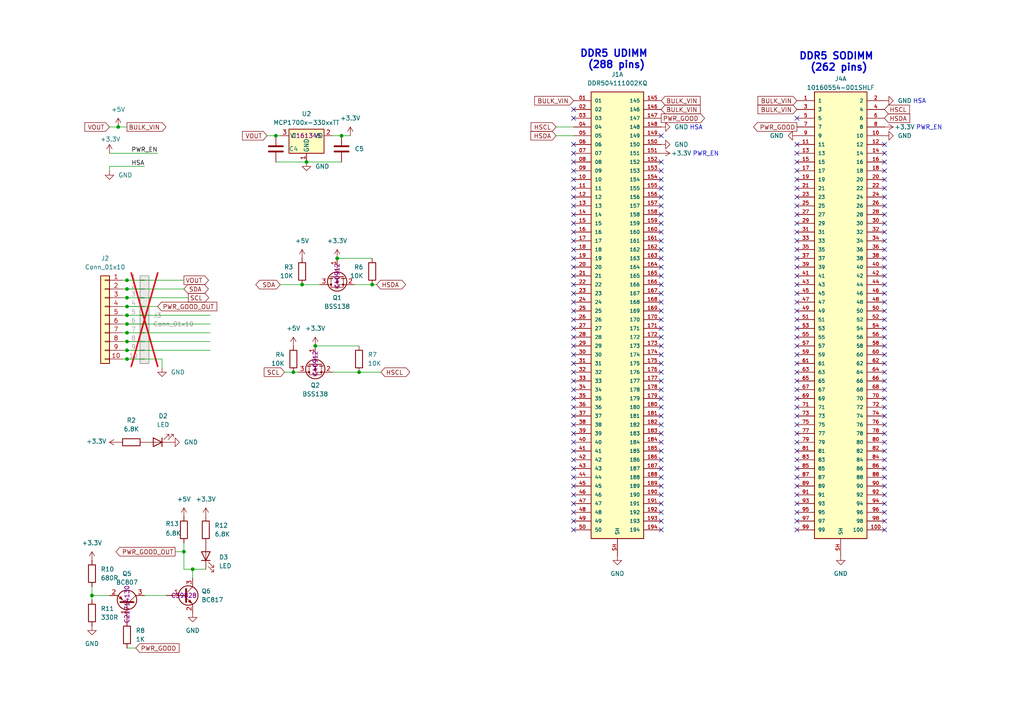
<source format=kicad_sch>
(kicad_sch (version 20250114) (generator "eeschema") (generator_version "9.0")
  (paper "A4")
  (text "PWR_EN" (at 204.724 44.704 0) (effects (font (size 1.27 1.27))))
  (text "DDR5 UDIMM \n(288 pins)" (at 178.816 17.272 0) (effects (font (size 2.032 2.032) (thickness 0.4064) (bold yes))))
  (text "HSA" (at 266.7 29.464 0) (effects (font (size 1.27 1.27))))
  (text "HSA" (at 201.93 37.084 0) (effects (font (size 1.27 1.27))))
  (text "DDR5 SODIMM \n(262 pins)" (at 243.332 18.034 0) (effects (font (size 2.032 2.032) (thickness 0.4064) (bold yes))))
  (text "PWR_EN" (at 269.494 37.084 0) (effects (font (size 1.27 1.27))))
  (junction (at 91.44 100.33))
  (junction (at 53.34 160.02))
  (junction (at 85.09 107.95))
  (junction (at 36.83 93.98))
  (junction (at 34.29 36.83))
  (junction (at 36.83 99.06))
  (junction (at 36.83 88.9))
  (junction (at 55.88 165.1))
  (junction (at 26.67 172.72))
  (junction (at 107.95 82.55))
  (junction (at 36.83 86.36))
  (junction (at 36.83 83.82))
  (junction (at 104.14 107.95))
  (junction (at 97.79 74.93))
  (junction (at 88.9 46.99))
  (junction (at 36.83 104.14))
  (junction (at 36.83 81.28))
  (junction (at 36.83 101.6))
  (junction (at 36.83 96.52))
  (junction (at 36.83 91.44))
  (junction (at 99.06 39.37))
  (junction (at 80.01 39.37))
  (junction (at 87.63 82.55))
  (no_connect (at 191.77 107.95))
  (no_connect (at 231.14 102.87))
  (no_connect (at 191.77 146.05))
  (no_connect (at 231.14 34.29))
  (no_connect (at 166.37 118.11))
  (no_connect (at 191.77 123.19))
  (no_connect (at 256.54 87.63))
  (no_connect (at 191.77 87.63))
  (no_connect (at 166.37 80.01))
  (no_connect (at 231.14 72.39))
  (no_connect (at 166.37 128.27))
  (no_connect (at 256.54 82.55))
  (no_connect (at 191.77 140.97))
  (no_connect (at 256.54 49.53))
  (no_connect (at 191.77 85.09))
  (no_connect (at 191.77 143.51))
  (no_connect (at 231.14 130.81))
  (no_connect (at 166.37 90.17))
  (no_connect (at 191.77 148.59))
  (no_connect (at 191.77 74.93))
  (no_connect (at 166.37 97.79))
  (no_connect (at 256.54 95.25))
  (no_connect (at 166.37 105.41))
  (no_connect (at 166.37 110.49))
  (no_connect (at 231.14 107.95))
  (no_connect (at 256.54 120.65))
  (no_connect (at 166.37 34.29))
  (no_connect (at 166.37 74.93))
  (no_connect (at 231.14 118.11))
  (no_connect (at 166.37 49.53))
  (no_connect (at 166.37 100.33))
  (no_connect (at 191.77 151.13))
  (no_connect (at 166.37 41.91))
  (no_connect (at 231.14 52.07))
  (no_connect (at 256.54 62.23))
  (no_connect (at 166.37 102.87))
  (no_connect (at 191.77 72.39))
  (no_connect (at 166.37 57.15))
  (no_connect (at 166.37 72.39))
  (no_connect (at 191.77 67.31))
  (no_connect (at 191.77 97.79))
  (no_connect (at 166.37 113.03))
  (no_connect (at 231.14 151.13))
  (no_connect (at 191.77 102.87))
  (no_connect (at 166.37 54.61))
  (no_connect (at 256.54 105.41))
  (no_connect (at 191.77 110.49))
  (no_connect (at 256.54 85.09))
  (no_connect (at 191.77 120.65))
  (no_connect (at 256.54 41.91))
  (no_connect (at 256.54 130.81))
  (no_connect (at 256.54 133.35))
  (no_connect (at 166.37 64.77))
  (no_connect (at 166.37 125.73))
  (no_connect (at 256.54 138.43))
  (no_connect (at 256.54 143.51))
  (no_connect (at 166.37 46.99))
  (no_connect (at 166.37 77.47))
  (no_connect (at 191.77 82.55))
  (no_connect (at 256.54 153.67))
  (no_connect (at 231.14 69.85))
  (no_connect (at 166.37 82.55))
  (no_connect (at 231.14 105.41))
  (no_connect (at 231.14 140.97))
  (no_connect (at 166.37 130.81))
  (no_connect (at 256.54 146.05))
  (no_connect (at 231.14 138.43))
  (no_connect (at 231.14 54.61))
  (no_connect (at 231.14 110.49))
  (no_connect (at 256.54 80.01))
  (no_connect (at 231.14 143.51))
  (no_connect (at 191.77 64.77))
  (no_connect (at 191.77 69.85))
  (no_connect (at 231.14 82.55))
  (no_connect (at 256.54 140.97))
  (no_connect (at 231.14 85.09))
  (no_connect (at 231.14 41.91))
  (no_connect (at 256.54 97.79))
  (no_connect (at 166.37 123.19))
  (no_connect (at 256.54 135.89))
  (no_connect (at 166.37 67.31))
  (no_connect (at 256.54 113.03))
  (no_connect (at 231.14 87.63))
  (no_connect (at 231.14 125.73))
  (no_connect (at 231.14 92.71))
  (no_connect (at 166.37 133.35))
  (no_connect (at 166.37 138.43))
  (no_connect (at 191.77 90.17))
  (no_connect (at 166.37 85.09))
  (no_connect (at 191.77 153.67))
  (no_connect (at 166.37 44.45))
  (no_connect (at 191.77 95.25))
  (no_connect (at 231.14 62.23))
  (no_connect (at 256.54 69.85))
  (no_connect (at 256.54 151.13))
  (no_connect (at 191.77 138.43))
  (no_connect (at 231.14 123.19))
  (no_connect (at 231.14 57.15))
  (no_connect (at 191.77 59.69))
  (no_connect (at 256.54 100.33))
  (no_connect (at 256.54 64.77))
  (no_connect (at 191.77 54.61))
  (no_connect (at 191.77 100.33))
  (no_connect (at 256.54 125.73))
  (no_connect (at 256.54 118.11))
  (no_connect (at 166.37 140.97))
  (no_connect (at 191.77 115.57))
  (no_connect (at 256.54 44.45))
  (no_connect (at 166.37 59.69))
  (no_connect (at 166.37 146.05))
  (no_connect (at 166.37 151.13))
  (no_connect (at 256.54 59.69))
  (no_connect (at 256.54 110.49))
  (no_connect (at 166.37 52.07))
  (no_connect (at 191.77 80.01))
  (no_connect (at 231.14 49.53))
  (no_connect (at 256.54 46.99))
  (no_connect (at 166.37 115.57))
  (no_connect (at 256.54 123.19))
  (no_connect (at 231.14 97.79))
  (no_connect (at 231.14 74.93))
  (no_connect (at 231.14 148.59))
  (no_connect (at 191.77 92.71))
  (no_connect (at 231.14 59.69))
  (no_connect (at 166.37 120.65))
  (no_connect (at 231.14 95.25))
  (no_connect (at 231.14 100.33))
  (no_connect (at 256.54 128.27))
  (no_connect (at 191.77 77.47))
  (no_connect (at 231.14 146.05))
  (no_connect (at 231.14 67.31))
  (no_connect (at 231.14 80.01))
  (no_connect (at 191.77 128.27))
  (no_connect (at 231.14 120.65))
  (no_connect (at 256.54 102.87))
  (no_connect (at 256.54 107.95))
  (no_connect (at 166.37 148.59))
  (no_connect (at 166.37 69.85))
  (no_connect (at 256.54 148.59))
  (no_connect (at 166.37 153.67))
  (no_connect (at 256.54 115.57))
  (no_connect (at 191.77 118.11))
  (no_connect (at 191.77 49.53))
  (no_connect (at 166.37 95.25))
  (no_connect (at 231.14 153.67))
  (no_connect (at 256.54 72.39))
  (no_connect (at 256.54 57.15))
  (no_connect (at 191.77 133.35))
  (no_connect (at 256.54 92.71))
  (no_connect (at 191.77 135.89))
  (no_connect (at 231.14 90.17))
  (no_connect (at 166.37 62.23))
  (no_connect (at 231.14 77.47))
  (no_connect (at 191.77 57.15))
  (no_connect (at 231.14 135.89))
  (no_connect (at 256.54 77.47))
  (no_connect (at 191.77 62.23))
  (no_connect (at 231.14 133.35))
  (no_connect (at 256.54 74.93))
  (no_connect (at 166.37 31.75))
  (no_connect (at 166.37 92.71))
  (no_connect (at 231.14 128.27))
  (no_connect (at 191.77 125.73))
  (no_connect (at 256.54 54.61))
  (no_connect (at 256.54 67.31))
  (no_connect (at 166.37 135.89))
  (no_connect (at 191.77 113.03))
  (no_connect (at 191.77 130.81))
  (no_connect (at 256.54 90.17))
  (no_connect (at 191.77 46.99))
  (no_connect (at 231.14 44.45))
  (no_connect (at 166.37 107.95))
  (no_connect (at 191.77 105.41))
  (no_connect (at 191.77 39.37))
  (no_connect (at 231.14 46.99))
  (no_connect (at 166.37 143.51))
  (no_connect (at 231.14 64.77))
  (no_connect (at 166.37 87.63))
  (no_connect (at 231.14 113.03))
  (no_connect (at 191.77 52.07))
  (no_connect (at 231.14 115.57))
  (no_connect (at 256.54 52.07))
  (wire (pts (xy 36.83 88.9) (xy 45.72 88.9)))
  (wire (pts (xy 36.83 91.44) (xy 35.56 91.44)))
  (wire (pts (xy 59.69 165.1) (xy 55.88 165.1)))
  (wire (pts (xy 80.01 39.37) (xy 77.47 39.37)))
  (wire (pts (xy 41.91 172.72) (xy 48.26 172.72)))
  (wire (pts (xy 81.28 82.55) (xy 87.63 82.55)))
  (wire (pts (xy 31.75 48.26) (xy 31.75 49.53)))
  (wire (pts (xy 53.34 160.02) (xy 53.34 165.1)))
  (wire (pts (xy 102.87 82.55) (xy 107.95 82.55)))
  (wire (pts (xy 36.83 81.28) (xy 35.56 81.28)))
  (wire (pts (xy 36.83 99.06) (xy 35.56 99.06)))
  (wire (pts (xy 109.22 82.55) (xy 107.95 82.55)))
  (wire (pts (xy 36.83 93.98) (xy 35.56 93.98)))
  (wire (pts (xy 26.67 172.72) (xy 26.67 173.99)))
  (wire (pts (xy 96.52 39.37) (xy 99.06 39.37)))
  (wire (pts (xy 161.29 36.83) (xy 166.37 36.83)))
  (wire (pts (xy 161.29 39.37) (xy 166.37 39.37)))
  (wire (pts (xy 36.83 86.36) (xy 35.56 86.36)))
  (wire (pts (xy 36.83 104.14) (xy 46.99 104.14)))
  (wire (pts (xy 36.83 83.82) (xy 35.56 83.82)))
  (wire (pts (xy 46.99 106.68) (xy 46.99 104.14)))
  (wire (pts (xy 82.55 107.95) (xy 85.09 107.95)))
  (wire (pts (xy 99.06 39.37) (xy 101.6 39.37)))
  (wire (pts (xy 80.01 46.99) (xy 88.9 46.99)))
  (wire (pts (xy 36.83 104.14) (xy 35.56 104.14)))
  (wire (pts (xy 36.83 99.06) (xy 60.96 99.06)))
  (wire (pts (xy 41.91 48.26) (xy 31.75 48.26)))
  (wire (pts (xy 96.52 107.95) (xy 104.14 107.95)))
  (wire (pts (xy 80.01 39.37) (xy 81.28 39.37)))
  (wire (pts (xy 104.14 107.95) (xy 110.49 107.95)))
  (wire (pts (xy 31.75 36.83) (xy 34.29 36.83)))
  (wire (pts (xy 36.83 96.52) (xy 35.56 96.52)))
  (wire (pts (xy 53.34 157.48) (xy 53.34 160.02)))
  (wire (pts (xy 50.8 160.02) (xy 53.34 160.02)))
  (wire (pts (xy 26.67 172.72) (xy 31.75 172.72)))
  (wire (pts (xy 31.75 44.45) (xy 45.72 44.45)))
  (wire (pts (xy 36.83 93.98) (xy 60.96 93.98)))
  (wire (pts (xy 85.09 107.95) (xy 86.36 107.95)))
  (wire (pts (xy 91.44 100.33) (xy 104.14 100.33)))
  (wire (pts (xy 26.67 170.18) (xy 26.67 172.72)))
  (wire (pts (xy 36.83 101.6) (xy 60.96 101.6)))
  (wire (pts (xy 87.63 82.55) (xy 92.71 82.55)))
  (wire (pts (xy 36.83 91.44) (xy 60.96 91.44)))
  (wire (pts (xy 34.29 36.83) (xy 36.83 36.83)))
  (wire (pts (xy 36.83 101.6) (xy 35.56 101.6)))
  (wire (pts (xy 55.88 165.1) (xy 55.88 167.64)))
  (wire (pts (xy 55.88 165.1) (xy 53.34 165.1)))
  (wire (pts (xy 36.83 88.9) (xy 35.56 88.9)))
  (wire (pts (xy 36.83 96.52) (xy 60.96 96.52)))
  (wire (pts (xy 36.83 81.28) (xy 53.34 81.28)))
  (wire (pts (xy 39.37 187.96) (xy 36.83 187.96)))
  (wire (pts (xy 36.83 83.82) (xy 53.34 83.82)))
  (wire (pts (xy 88.9 46.99) (xy 99.06 46.99)))
  (wire (pts (xy 36.83 86.36) (xy 54.61 86.36)))
  (wire (pts (xy 97.79 74.93) (xy 107.95 74.93)))
  (label "PWR_EN" (at 45.72 44.45 180))
  (label "HSA" (at 41.91 48.26 180))
  (global_label "HSCL" (shape input) (at 161.29 36.83 180) (property "Intersheetrefs" "${INTERSHEET_REFS}" (effects (hide yes))))
  (global_label "PWR_GOOD" (shape output) (at 231.14 36.83 180) (property "Intersheetrefs" "${INTERSHEET_REFS}" (effects (hide yes))))
  (global_label "HSCL" (shape input) (at 256.54 31.75 0) (property "Intersheetrefs" "${INTERSHEET_REFS}" (effects (hide yes))))
  (global_label "SCL" (shape output) (at 54.61 86.36 0) (property "Intersheetrefs" "${INTERSHEET_REFS}" (effects (hide yes))))
  (global_label "VOUT" (shape output) (at 53.34 81.28 0) (property "Intersheetrefs" "${INTERSHEET_REFS}" (effects (hide yes))))
  (global_label "PWR_GOOD_OUT" (shape input) (at 45.72 88.9 0) (property "Intersheetrefs" "${INTERSHEET_REFS}" (effects (hide yes))))
  (global_label "BULK_VIN" (shape input) (at 191.77 31.75 0) (property "Intersheetrefs" "${INTERSHEET_REFS}" (effects (hide yes))))
  (global_label "BULK_VIN" (shape input) (at 166.37 29.21 180) (property "Intersheetrefs" "${INTERSHEET_REFS}" (effects (hide yes))))
  (global_label "SDA" (shape bidirectional) (at 81.28 82.55 180) (property "Intersheetrefs" "${INTERSHEET_REFS}" (effects (hide yes))))
  (global_label "HSDA" (shape input) (at 256.54 34.29 0) (property "Intersheetrefs" "${INTERSHEET_REFS}" (effects (hide yes))))
  (global_label "SDA" (shape bidirectional) (at 53.34 83.82 0) (property "Intersheetrefs" "${INTERSHEET_REFS}" (effects (hide yes))))
  (global_label "BULK_VIN" (shape input) (at 191.77 29.21 0) (property "Intersheetrefs" "${INTERSHEET_REFS}" (effects (hide yes))))
  (global_label "BULK_VIN" (shape input) (at 231.14 31.75 180) (property "Intersheetrefs" "${INTERSHEET_REFS}" (effects (hide yes))))
  (global_label "HSCL" (shape bidirectional) (at 110.49 107.95 0) (property "Intersheetrefs" "${INTERSHEET_REFS}" (effects (hide yes))))
  (global_label "PWR_GOOD_OUT" (shape output) (at 50.8 160.02 180) (property "Intersheetrefs" "${INTERSHEET_REFS}" (effects (hide yes))))
  (global_label "HSDA" (shape bidirectional) (at 109.22 82.55 0) (property "Intersheetrefs" "${INTERSHEET_REFS}" (effects (hide yes))))
  (global_label "BULK_VIN" (shape output) (at 36.83 36.83 0) (property "Intersheetrefs" "${INTERSHEET_REFS}" (effects (hide yes))))
  (global_label "VOUT" (shape input) (at 77.47 39.37 180) (property "Intersheetrefs" "${INTERSHEET_REFS}" (effects (hide yes))))
  (global_label "HSDA" (shape input) (at 161.29 39.37 180) (property "Intersheetrefs" "${INTERSHEET_REFS}" (effects (hide yes))))
  (global_label "PWR_GOOD" (shape output) (at 191.77 34.29 0) (property "Intersheetrefs" "${INTERSHEET_REFS}" (effects (hide yes))))
  (global_label "SCL" (shape input) (at 82.55 107.95 180) (property "Intersheetrefs" "${INTERSHEET_REFS}" (effects (hide yes))))
  (global_label "PWR_GOOD" (shape input) (at 39.37 187.96 0) (property "Intersheetrefs" "${INTERSHEET_REFS}" (effects (hide yes))))
  (global_label "VOUT" (shape input) (at 31.75 36.83 180) (property "Intersheetrefs" "${INTERSHEET_REFS}" (effects (hide yes))))
  (global_label "BULK_VIN" (shape input) (at 231.14 29.21 180) (property "Intersheetrefs" "${INTERSHEET_REFS}" (effects (hide yes))))
  (symbol (lib_id "Device:R") (at 53.34 153.67 180) (unit 1)
    (property "Reference" "R13" (at 48.006 151.892 0) (effects (justify right)))
    (property "Value" "6.8K" (at 48.006 154.686 0) (effects (justify right)))
    (property "Footprint" "Resistor_SMD:R_0805_2012Metric" (effects (hide yes)))
    (property "szlcsc_partnum" "C17772" (effects (hide yes)))
  )
  (symbol (lib_id "Device:LED") (at 45.72 128.27 180) (unit 1)
    (property "Reference" "D2" (at 47.3075 120.65 0))
    (property "Value" "LED" (at 47.3075 123.19 0))
    (property "Footprint" "LED_SMD:LED_0805_2012Metric" (effects (hide yes)))
  )
  (symbol (lib_id "power:GND") (at 26.67 181.61 0) (unit 1)
    (property "Reference" "#PWR022" (effects (hide yes)))
    (property "Value" "GND" (at 26.67 186.69 0))
  )
  (symbol (lib_id "power:+3.3V") (at 97.79 74.93 0) (unit 1)
    (property "Reference" "#PWR012" (effects (hide yes)))
    (property "Value" "+3.3V" (at 97.79 69.85 0))
    (property "Description" "Power symbol creates a global label with name \"+3.3V\"" (effects (hide yes)))
  )
  (symbol (lib_id "power:GND") (at 191.77 41.91 90) (unit 1)
    (property "Reference" "#PWR013" (effects (hide yes)))
    (property "Value" "GND" (at 195.58 41.9099 90) (effects (justify right)))
  )
  (symbol (lib_id "Transistor_BJT:BC817") (at 53.34 172.72 0) (unit 1)
    (property "Reference" "Q6" (at 58.42 171.4499 0) (effects (justify left)))
    (property "Value" "BC817" (at 58.42 173.9899 0) (effects (justify left)))
    (property "Footprint" "Package_TO_SOT_SMD:SOT-23" (effects (hide yes)))
    (property "Datasheet" "https://www.onsemi.com/pub/Collateral/BC818-D.pdf" (effects (hide yes)))
    (property "Description" "0.8A Ic, 45V Vce, NPN Transistor, SOT-23" (effects (hide yes)))
    (property "szlcsc_partnum" "C39828" (at 53.34 172.72 0))
  )
  (symbol (lib_id "Device:LED") (at 59.69 161.29 90) (unit 1)
    (property "Reference" "D3" (at 63.5 161.6074 90) (effects (justify right)))
    (property "Value" "LED" (at 63.5 164.1474 90) (effects (justify right)))
    (property "Footprint" "LED_SMD:LED_0805_2012Metric" (effects (hide yes)))
  )
  (symbol (lib_id "power:GND") (at 49.53 128.27 90) (unit 1)
    (property "Reference" "#PWR01" (effects (hide yes)))
    (property "Value" "GND" (at 53.34 128.2699 90) (effects (justify right)))
  )
  (symbol (lib_id "Device:R") (at 26.67 166.37 180) (unit 1)
    (property "Reference" "R10" (at 29.21 165.0999 0) (effects (justify right)))
    (property "Value" "680R" (at 29.21 167.6399 0) (effects (justify right)))
    (property "Footprint" "Resistor_SMD:R_0805_2012Metric" (effects (hide yes)))
    (property "szlcsc_partnum" "C17798" (effects (hide yes)))
  )
  (symbol (lib_id "Device:R") (at 26.67 177.8 180) (unit 1)
    (property "Reference" "R11" (at 29.21 176.5299 0) (effects (justify right)))
    (property "Value" "330R" (at 29.21 179.0699 0) (effects (justify right)))
    (property "Footprint" "Resistor_SMD:R_0805_2012Metric" (effects (hide yes)))
    (property "szlcsc_partnum" "C17630" (effects (hide yes)))
  )
  (symbol (lib_id "power:+3.3V") (at 34.29 128.27 90) (unit 1)
    (property "Reference" "#PWR07" (effects (hide yes)))
    (property "Value" "+3.3V" (at 27.94 128.016 90))
    (property "Description" "Power symbol creates a global label with name \"+3.3V\"" (effects (hide yes)))
  )
  (symbol (lib_id "Transistor_FET:2N7002") (at 91.44 105.41 90) (mirror x) (unit 1)
    (property "Reference" "Q2" (at 91.44 111.76 90))
    (property "Value" "BSS138" (at 91.44 114.3 90))
    (property "Footprint" "Package_TO_SOT_SMD:SOT-23" (effects (hide yes)))
    (property "Datasheet" "https://www.onsemi.com/pub/Collateral/NDS7002A-D.PDF" (effects (hide yes)))
    (property "Description" "0.115A Id, 60V Vds, N-Channel MOSFET, SOT-23" (effects (hide yes)))
    (property "szlcsc_partnum" "C40912" (at 91.44 105.41 0))
  )
  (symbol (lib_id "Device:R") (at 36.83 184.15 180) (unit 1)
    (property "Reference" "R8" (at 39.37 182.8799 0) (effects (justify right)))
    (property "Value" "1K" (at 39.37 185.4199 0) (effects (justify right)))
    (property "Footprint" "Resistor_SMD:R_0805_2012Metric" (effects (hide yes)))
    (property "szlcsc_partnum" "C17513" (effects (hide yes)))
  )
  (symbol (lib_id "power:GND") (at 31.75 49.53 0) (unit 1)
    (property "Reference" "#PWR02" (effects (hide yes)))
    (property "Value" "GND" (at 34.29 50.7999 0) (effects (justify left)))
  )
  (symbol (lib_id "Device:R") (at 107.95 78.74 180) (unit 1)
    (property "Reference" "R6" (at 105.41 77.4699 0) (effects (justify left)))
    (property "Value" "10K" (at 105.41 80.0099 0) (effects (justify left)))
    (property "Footprint" "Resistor_SMD:R_0805_2012Metric" (effects (hide yes)))
    (property "szlcsc_partnum" "C17414" (effects (hide yes)))
  )
  (symbol (lib_id "power:GND") (at 243.84 161.29 0) (unit 1)
    (property "Reference" "#PWR019" (effects (hide yes)))
    (property "Value" "GND" (at 243.84 166.37 0))
  )
  (symbol (lib_id "power:+3.3V") (at 31.75 44.45 0) (unit 1)
    (property "Reference" "#PWR011" (effects (hide yes)))
    (property "Value" "+3.3V" (at 32.004 40.386 0))
    (property "Description" "Power symbol creates a global label with name \"+3.3V\"" (effects (hide yes)))
  )
  (symbol (lib_id "Device:R") (at 59.69 153.67 0) (unit 1)
    (property "Reference" "R12" (at 62.23 152.3999 0) (effects (justify left)))
    (property "Value" "6.8K" (at 62.23 154.9399 0) (effects (justify left)))
    (property "Footprint" "Resistor_SMD:R_0805_2012Metric" (effects (hide yes)))
    (property "szlcsc_partnum" "C17772" (effects (hide yes)))
  )
  (symbol (lib_id "Device:R") (at 85.09 104.14 0) (mirror x) (unit 1)
    (property "Reference" "R4" (at 82.55 102.8699 0) (effects (justify right)))
    (property "Value" "10K" (at 82.55 105.4099 0) (effects (justify right)))
    (property "Footprint" "Resistor_SMD:R_0805_2012Metric" (effects (hide yes)))
    (property "szlcsc_partnum" "C17414" (effects (hide yes)))
  )
  (symbol (lib_id "Connector_Generic:Conn_01x10") (at 30.48 91.44 0) (mirror y) (unit 1)
    (property "Reference" "J2" (at 30.48 74.93 0))
    (property "Value" "Conn_01x10" (at 30.48 77.47 0))
    (property "Footprint" "Connector_PinSocket_2.54mm:PinSocket_1x10_P2.54mm_Horizontal" (effects (hide yes)))
  )
  (symbol (lib_id "power:+3.3V") (at 26.67 162.56 0) (unit 1)
    (property "Reference" "#PWR025" (effects (hide yes)))
    (property "Value" "+3.3V" (at 26.67 157.48 0))
    (property "Description" "Power symbol creates a global label with name \"+3.3V\"" (effects (hide yes)))
  )
  (symbol (lib_id "power:GND") (at 256.54 39.37 90) (unit 1)
    (property "Reference" "#PWR018" (effects (hide yes)))
    (property "Value" "GND" (at 260.35 39.3699 90) (effects (justify right)))
  )
  (symbol (lib_id "power:+5V") (at 85.09 100.33 0) (unit 1)
    (property "Reference" "#PWR017" (effects (hide yes)))
    (property "Value" "+5V" (at 85.09 95.25 0))
    (property "Description" "Power symbol creates a global label with name \"+5V\"" (effects (hide yes)))
  )
  (symbol (lib_id "Regulator_Linear:MCP1700x-330xxTT") (at 88.9 39.37 0) (unit 1)
    (property "Reference" "U2" (at 88.9 33.02 0))
    (property "Value" "MCP1700x-330xxTT" (at 88.9 35.56 0))
    (property "Footprint" "Package_TO_SOT_SMD:SOT-23" (effects (hide yes)))
    (property "Datasheet" "http://ww1.microchip.com/downloads/en/DeviceDoc/20001826D.pdf" (effects (hide yes)))
    (property "Description" "250mA Low Quiscent Current LDO, 3.3V output, SOT-23" (effects (hide yes)))
    (property "szlcsc_partnum" "C161345" (at 88.9 39.37 0))
  )
  (symbol (lib_id "power:GND") (at 55.88 177.8 0) (unit 1)
    (property "Reference" "#PWR023" (effects (hide yes)))
    (property "Value" "GND" (at 55.88 182.88 0))
  )
  (symbol (lib_id "Device:C") (at 80.01 43.18 0) (unit 1)
    (property "Reference" "C4" (at 83.82 43.1799 0) (effects (justify left)))
    (property "Value" "10uF/6.3V" (effects (hide yes)))
    (property "Footprint" "Capacitor_SMD:C_0805_2012Metric" (effects (hide yes)))
    (property "Description" "Unpolarized capacitor" (effects (hide yes)))
    (property "szlcsc_partnum" "C307525" (effects (hide yes)))
  )
  (symbol (lib_id "power:+3.3V") (at 256.54 36.83 270) (unit 1)
    (property "Reference" "#PWR014" (effects (hide yes)))
    (property "Value" "+3.3V" (at 262.382 36.83 90))
    (property "Description" "Power symbol creates a global label with name \"+3.3V\"" (effects (hide yes)))
  )
  (symbol (lib_id "power:GND") (at 191.77 36.83 90) (unit 1)
    (property "Reference" "#PWR026" (effects (hide yes)))
    (property "Value" "GND" (at 195.58 36.8299 90) (effects (justify right)))
  )
  (symbol (lib_id "power:GND") (at 88.9 46.99 0) (unit 1)
    (property "Reference" "#PWR03" (effects (hide yes)))
    (property "Value" "GND" (at 91.44 48.2599 0) (effects (justify left)))
  )
  (symbol (lib_id "power:GND") (at 256.54 29.21 90) (unit 1)
    (property "Reference" "#PWR021" (effects (hide yes)))
    (property "Value" "GND" (at 260.35 29.2099 90) (effects (justify right)))
  )
  (symbol (lib_id "power:+5V") (at 34.29 36.83 0) (unit 1)
    (property "Reference" "#PWR028" (effects (hide yes)))
    (property "Value" "+5V" (at 34.29 31.75 0))
    (property "Description" "Power symbol creates a global label with name \"+5V\"" (effects (hide yes)))
  )
  (symbol (lib_id "power:GND") (at 46.99 106.68 0) (unit 1)
    (property "Reference" "#PWR06" (effects (hide yes)))
    (property "Value" "GND" (at 49.53 107.9499 0) (effects (justify left)))
  )
  (symbol (lib_id "power:+5V") (at 87.63 74.93 0) (unit 1)
    (property "Reference" "#PWR027" (effects (hide yes)))
    (property "Value" "+5V" (at 87.63 69.85 0))
    (property "Description" "Power symbol creates a global label with name \"+5V\"" (effects (hide yes)))
  )
  (symbol (lib_id "power:+3.3V") (at 101.6 39.37 0) (unit 1)
    (property "Reference" "#PWR05" (effects (hide yes)))
    (property "Value" "+3.3V" (at 101.6 34.29 0))
    (property "Description" "Power symbol creates a global label with name \"+3.3V\"" (effects (hide yes)))
  )
  (symbol (lib_id "power:+3.3V") (at 191.77 44.45 270) (unit 1)
    (property "Reference" "#PWR029" (effects (hide yes)))
    (property "Value" "+3.3V" (at 197.612 44.45 90))
    (property "Description" "Power symbol creates a global label with name \"+3.3V\"" (effects (hide yes)))
  )
  (symbol (lib_id "Device:R") (at 38.1 128.27 90) (unit 1)
    (property "Reference" "R2" (at 38.1 121.92 90))
    (property "Value" "6.8K" (at 38.1 124.46 90))
    (property "Footprint" "Resistor_SMD:R_0805_2012Metric" (effects (hide yes)))
    (property "szlcsc_partnum" "C17772" (effects (hide yes)))
  )
  (symbol (lib_id "Transistor_BJT:BC807") (at 36.83 175.26 270) (mirror x) (unit 1)
    (property "Reference" "Q5" (at 36.83 166.37 90))
    (property "Value" "BC807" (at 36.83 168.91 90))
    (property "Footprint" "Package_TO_SOT_SMD:SOT-23" (effects (hide yes)))
    (property "Datasheet" "https://www.onsemi.com/pub/Collateral/BC808-D.pdf" (effects (hide yes)))
    (property "Description" "0.8A Ic, 45V Vce, PNP Transistor, SOT-23" (effects (hide yes)))
    (property "szlcsc_partnum" "C21714130" (at 36.83 175.26 0))
  )
  (symbol (lib_id "10160554-001SHLF:10160554-001SHLF") (at 243.84 92.71 0) (unit 1)
    (property "Reference" "J4" (at 243.84 22.86 0))
    (property "Value" "10160554-001SHLF" (at 243.84 25.4 0))
    (property "Footprint" "footprints:AMPHENOL_10160554-001SHLF" (effects (hide yes)))
    (property "MF" "Amphenol" (effects (hide yes)))
    (property "MAXIMUM_PACKAGE_HEIGHT" "23.5mm" (effects (hide yes)))
    (property "Package" "None" (effects (hide yes)))
    (property "Price" "None" (effects (hide yes)))
    (property "Check_prices" "https://www.snapeda.com/parts/10160554001SHLF/Amphenol/view-part/?ref=eda" (effects (hide yes)))
    (property "STANDARD" "Manufacturer Recommendations" (effects (hide yes)))
    (property "PARTREV" "A" (effects (hide yes)))
    (property "SnapEDA_Link" "https://www.snapeda.com/parts/10160554001SHLF/Amphenol/view-part/?ref=snap" (effects (hide yes)))
    (property "MP" "10160554001SHLF" (effects (hide yes)))
    (property "Description_1" "\n                        \n                            DDR5 SODIMM, Storage and Server Connector, Vertical, Surface Mount, 262 Position, 0.5mm Pitch\n                        \n" (effects (hide yes)))
    (property "Availability" "Not in stock" (effects (hide yes)))
    (property "MANUFACTURER" "Amphenol" (effects (hide yes)))
  )
  (symbol (lib_id "Device:R") (at 87.63 78.74 0) (mirror x) (unit 1)
    (property "Reference" "R3" (at 85.09 77.4699 0) (effects (justify right)))
    (property "Value" "10K" (at 85.09 80.0099 0) (effects (justify right)))
    (property "Footprint" "Resistor_SMD:R_0805_2012Metric" (effects (hide yes)))
    (property "szlcsc_partnum" "C17414" (effects (hide yes)))
  )
  (symbol (lib_id "Connector_Generic:Conn_01x10") (at 41.91 91.44 0) (unit 1) (in_bom no) (dnp yes)
    (property "Reference" "J3" (at 44.45 91.4399 0) (effects (justify left)))
    (property "Value" "Conn_01x10" (at 44.45 93.9799 0) (effects (justify left)))
    (property "Footprint" "Connector_PinHeader_2.54mm:PinHeader_1x10_P2.54mm_Vertical" (effects (hide yes)))
  )
  (symbol (lib_id "Device:R") (at 104.14 104.14 180) (unit 1)
    (property "Reference" "R7" (at 106.68 102.8699 0) (effects (justify right)))
    (property "Value" "10K" (at 106.68 105.4099 0) (effects (justify right)))
    (property "Footprint" "Resistor_SMD:R_0805_2012Metric" (effects (hide yes)))
    (property "szlcsc_partnum" "C17414" (effects (hide yes)))
  )
  (symbol (lib_id "power:+5V") (at 53.34 149.86 0) (unit 1)
    (property "Reference" "#PWR04" (effects (hide yes)))
    (property "Value" "+5V" (at 53.34 144.78 0))
    (property "Description" "Power symbol creates a global label with name \"+5V\"" (effects (hide yes)))
  )
  (symbol (lib_id "DDR504111002KQ:DDR504111002KQ") (at 179.07 90.17 0) (unit 1)
    (property "Reference" "J1" (at 179.07 21.59 0))
    (property "Value" "DDR504111002KQ" (at 179.07 24.13 0))
    (property "Footprint" "footprints:DDR5 UDIMM GENERIC" (effects (hide yes)))
    (property "MF" "Amphenol ICC (FCI)" (effects (hide yes)))
    (property "MAXIMUM_PACKAGE_HEIGHT" "21.30mm" (effects (hide yes)))
    (property "Package" "None" (effects (hide yes)))
    (property "Price" "None" (effects (hide yes)))
    (property "Check_prices" "https://www.snapeda.com/parts/DDR504111002KQ/Amphenol+FCI/view-part/?ref=eda" (effects (hide yes)))
    (property "STANDARD" "Manufacturer Recommendations" (effects (hide yes)))
    (property "PARTREV" "10" (effects (hide yes)))
    (property "SnapEDA_Link" "https://www.snapeda.com/parts/DDR504111002KQ/Amphenol+FCI/view-part/?ref=snap" (effects (hide yes)))
    (property "MP" "DDR504111002KQ" (effects (hide yes)))
    (property "Description_1" "\n                        \n                            DDR5 Memory Module Sockets, Storage and Server System, Vertical, Surface Mount, 288 Position, 0.85mm (0.0335in) pitch, 15μin Gold on Contact Area, Standard Housing and Latch, Metal Tab, Without MYLAR\n                        \n" (effects (hide yes)))
    (property "Availability" "In Stock" (effects (hide yes)))
    (property "MANUFACTURER" "Amphenol" (effects (hide yes)))
  )
  (symbol (lib_id "Transistor_FET:2N7002") (at 97.79 80.01 90) (mirror x) (unit 1)
    (property "Reference" "Q1" (at 97.79 86.36 90))
    (property "Value" "BSS138" (at 97.79 88.9 90))
    (property "Footprint" "Package_TO_SOT_SMD:SOT-23" (effects (hide yes)))
    (property "Datasheet" "https://www.onsemi.com/pub/Collateral/NDS7002A-D.PDF" (effects (hide yes)))
    (property "Description" "0.115A Id, 60V Vds, N-Channel MOSFET, SOT-23" (effects (hide yes)))
    (property "szlcsc_partnum" "C40912" (at 97.79 80.01 0))
  )
  (symbol (lib_id "power:+3.3V") (at 91.44 100.33 0) (unit 1)
    (property "Reference" "#PWR015" (effects (hide yes)))
    (property "Value" "+3.3V" (at 91.44 95.25 0))
    (property "Description" "Power symbol creates a global label with name \"+3.3V\"" (effects (hide yes)))
  )
  (symbol (lib_id "power:+3.3V") (at 59.69 149.86 0) (unit 1)
    (property "Reference" "#PWR024" (effects (hide yes)))
    (property "Value" "+3.3V" (at 59.69 144.78 0))
    (property "Description" "Power symbol creates a global label with name \"+3.3V\"" (effects (hide yes)))
  )
  (symbol (lib_id "power:GND") (at 179.07 161.29 0) (unit 1)
    (property "Reference" "#PWR020" (effects (hide yes)))
    (property "Value" "GND" (at 179.07 166.37 0))
  )
  (symbol (lib_id "Device:C") (at 99.06 43.18 0) (unit 1)
    (property "Reference" "C5" (at 102.87 43.1799 0) (effects (justify left)))
    (property "Value" "10uF/6.3V" (effects (hide yes)))
    (property "Footprint" "Capacitor_SMD:C_0805_2012Metric" (effects (hide yes)))
    (property "Description" "Unpolarized capacitor" (effects (hide yes)))
    (property "szlcsc_partnum" "C307525" (effects (hide yes)))
  )
  (symbol (lib_id "power:GND") (at 231.14 39.37 270) (unit 1)
    (property "Reference" "#PWR016" (effects (hide yes)))
    (property "Value" "GND" (at 227.33 39.3699 90) (effects (justify right)))
  )
)
</source>
